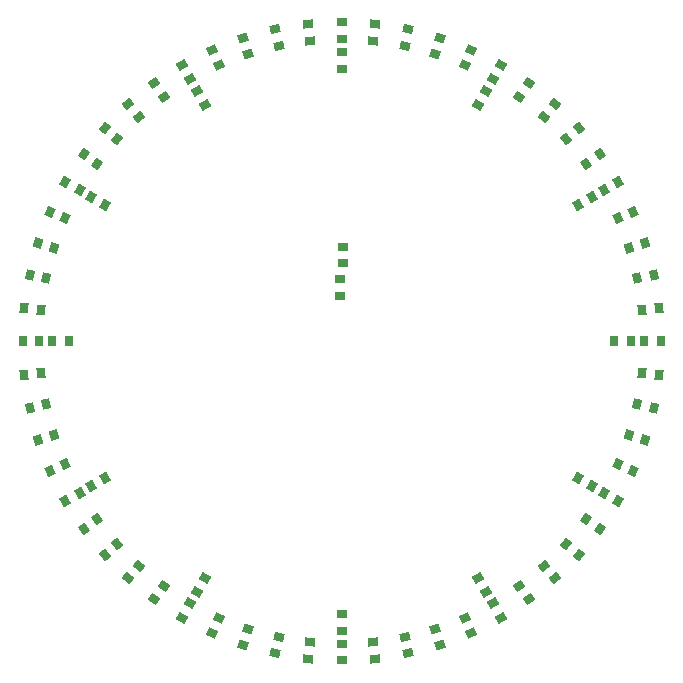
<source format=gbr>
%TF.GenerationSoftware,Altium Limited,Altium Designer,20.1.8 (145)*%
G04 Layer_Color=8421504*
%FSLAX44Y44*%
%MOMM*%
%TF.SameCoordinates,602AE14E-E67F-4A72-A58A-C630FF545DDC*%
%TF.FilePolarity,Positive*%
%TF.FileFunction,Paste,Top*%
%TF.Part,Single*%
G01*
G75*
%TA.AperFunction,SMDPad,CuDef*%
G04:AMPARAMS|DCode=13|XSize=0.85mm|YSize=0.7mm|CornerRadius=0.0035mm|HoleSize=0mm|Usage=FLASHONLY|Rotation=0.000|XOffset=0mm|YOffset=0mm|HoleType=Round|Shape=RoundedRectangle|*
%AMROUNDEDRECTD13*
21,1,0.8500,0.6930,0,0,0.0*
21,1,0.8430,0.7000,0,0,0.0*
1,1,0.0070,0.4215,-0.3465*
1,1,0.0070,-0.4215,-0.3465*
1,1,0.0070,-0.4215,0.3465*
1,1,0.0070,0.4215,0.3465*
%
%ADD13ROUNDEDRECTD13*%
G04:AMPARAMS|DCode=14|XSize=0.85mm|YSize=0.7mm|CornerRadius=0.0035mm|HoleSize=0mm|Usage=FLASHONLY|Rotation=354.000|XOffset=0mm|YOffset=0mm|HoleType=Round|Shape=RoundedRectangle|*
%AMROUNDEDRECTD14*
21,1,0.8500,0.6930,0,0,354.0*
21,1,0.8430,0.7000,0,0,354.0*
1,1,0.0070,0.3830,-0.3887*
1,1,0.0070,-0.4554,-0.3005*
1,1,0.0070,-0.3830,0.3887*
1,1,0.0070,0.4554,0.3005*
%
%ADD14ROUNDEDRECTD14*%
G04:AMPARAMS|DCode=15|XSize=0.85mm|YSize=0.7mm|CornerRadius=0.0035mm|HoleSize=0mm|Usage=FLASHONLY|Rotation=348.000|XOffset=0mm|YOffset=0mm|HoleType=Round|Shape=RoundedRectangle|*
%AMROUNDEDRECTD15*
21,1,0.8500,0.6930,0,0,348.0*
21,1,0.8430,0.7000,0,0,348.0*
1,1,0.0070,0.3403,-0.4266*
1,1,0.0070,-0.4843,-0.2513*
1,1,0.0070,-0.3403,0.4266*
1,1,0.0070,0.4843,0.2513*
%
%ADD15ROUNDEDRECTD15*%
G04:AMPARAMS|DCode=16|XSize=0.85mm|YSize=0.7mm|CornerRadius=0.0035mm|HoleSize=0mm|Usage=FLASHONLY|Rotation=342.000|XOffset=0mm|YOffset=0mm|HoleType=Round|Shape=RoundedRectangle|*
%AMROUNDEDRECTD16*
21,1,0.8500,0.6930,0,0,342.0*
21,1,0.8430,0.7000,0,0,342.0*
1,1,0.0070,0.2938,-0.4598*
1,1,0.0070,-0.5080,-0.1993*
1,1,0.0070,-0.2938,0.4598*
1,1,0.0070,0.5080,0.1993*
%
%ADD16ROUNDEDRECTD16*%
G04:AMPARAMS|DCode=17|XSize=0.85mm|YSize=0.7mm|CornerRadius=0.0035mm|HoleSize=0mm|Usage=FLASHONLY|Rotation=336.000|XOffset=0mm|YOffset=0mm|HoleType=Round|Shape=RoundedRectangle|*
%AMROUNDEDRECTD17*
21,1,0.8500,0.6930,0,0,336.0*
21,1,0.8430,0.7000,0,0,336.0*
1,1,0.0070,0.2441,-0.4880*
1,1,0.0070,-0.5260,-0.1451*
1,1,0.0070,-0.2441,0.4880*
1,1,0.0070,0.5260,0.1451*
%
%ADD17ROUNDEDRECTD17*%
G04:AMPARAMS|DCode=18|XSize=0.85mm|YSize=0.7mm|CornerRadius=0.0035mm|HoleSize=0mm|Usage=FLASHONLY|Rotation=330.000|XOffset=0mm|YOffset=0mm|HoleType=Round|Shape=RoundedRectangle|*
%AMROUNDEDRECTD18*
21,1,0.8500,0.6930,0,0,330.0*
21,1,0.8430,0.7000,0,0,330.0*
1,1,0.0070,0.1918,-0.5108*
1,1,0.0070,-0.5383,-0.0893*
1,1,0.0070,-0.1918,0.5108*
1,1,0.0070,0.5383,0.0893*
%
%ADD18ROUNDEDRECTD18*%
G04:AMPARAMS|DCode=19|XSize=0.85mm|YSize=0.7mm|CornerRadius=0.0035mm|HoleSize=0mm|Usage=FLASHONLY|Rotation=329.996|XOffset=0mm|YOffset=0mm|HoleType=Round|Shape=RoundedRectangle|*
%AMROUNDEDRECTD19*
21,1,0.8500,0.6930,0,0,330.0*
21,1,0.8430,0.7000,0,0,330.0*
1,1,0.0070,0.1918,-0.5108*
1,1,0.0070,-0.5383,-0.0893*
1,1,0.0070,-0.1918,0.5108*
1,1,0.0070,0.5383,0.0893*
%
%ADD19ROUNDEDRECTD19*%
G04:AMPARAMS|DCode=20|XSize=0.85mm|YSize=0.7mm|CornerRadius=0.0035mm|HoleSize=0mm|Usage=FLASHONLY|Rotation=324.000|XOffset=0mm|YOffset=0mm|HoleType=Round|Shape=RoundedRectangle|*
%AMROUNDEDRECTD20*
21,1,0.8500,0.6930,0,0,324.0*
21,1,0.8430,0.7000,0,0,324.0*
1,1,0.0070,0.1373,-0.5281*
1,1,0.0070,-0.5447,-0.0326*
1,1,0.0070,-0.1373,0.5281*
1,1,0.0070,0.5447,0.0326*
%
%ADD20ROUNDEDRECTD20*%
G04:AMPARAMS|DCode=21|XSize=0.85mm|YSize=0.7mm|CornerRadius=0.0035mm|HoleSize=0mm|Usage=FLASHONLY|Rotation=318.000|XOffset=0mm|YOffset=0mm|HoleType=Round|Shape=RoundedRectangle|*
%AMROUNDEDRECTD21*
21,1,0.8500,0.6930,0,0,318.0*
21,1,0.8430,0.7000,0,0,318.0*
1,1,0.0070,0.0814,-0.5395*
1,1,0.0070,-0.5451,0.0245*
1,1,0.0070,-0.0814,0.5395*
1,1,0.0070,0.5451,-0.0245*
%
%ADD21ROUNDEDRECTD21*%
G04:AMPARAMS|DCode=22|XSize=0.85mm|YSize=0.7mm|CornerRadius=0.0035mm|HoleSize=0mm|Usage=FLASHONLY|Rotation=312.000|XOffset=0mm|YOffset=0mm|HoleType=Round|Shape=RoundedRectangle|*
%AMROUNDEDRECTD22*
21,1,0.8500,0.6930,0,0,312.0*
21,1,0.8430,0.7000,0,0,312.0*
1,1,0.0070,0.0245,-0.5451*
1,1,0.0070,-0.5395,0.0814*
1,1,0.0070,-0.0245,0.5451*
1,1,0.0070,0.5395,-0.0814*
%
%ADD22ROUNDEDRECTD22*%
G04:AMPARAMS|DCode=23|XSize=0.85mm|YSize=0.7mm|CornerRadius=0.0035mm|HoleSize=0mm|Usage=FLASHONLY|Rotation=306.000|XOffset=0mm|YOffset=0mm|HoleType=Round|Shape=RoundedRectangle|*
%AMROUNDEDRECTD23*
21,1,0.8500,0.6930,0,0,306.0*
21,1,0.8430,0.7000,0,0,306.0*
1,1,0.0070,-0.0326,-0.5447*
1,1,0.0070,-0.5281,0.1373*
1,1,0.0070,0.0326,0.5447*
1,1,0.0070,0.5281,-0.1373*
%
%ADD23ROUNDEDRECTD23*%
G04:AMPARAMS|DCode=24|XSize=0.85mm|YSize=0.7mm|CornerRadius=0.0035mm|HoleSize=0mm|Usage=FLASHONLY|Rotation=300.000|XOffset=0mm|YOffset=0mm|HoleType=Round|Shape=RoundedRectangle|*
%AMROUNDEDRECTD24*
21,1,0.8500,0.6930,0,0,300.0*
21,1,0.8430,0.7000,0,0,300.0*
1,1,0.0070,-0.0893,-0.5383*
1,1,0.0070,-0.5108,0.1918*
1,1,0.0070,0.0893,0.5383*
1,1,0.0070,0.5108,-0.1918*
%
%ADD24ROUNDEDRECTD24*%
G04:AMPARAMS|DCode=25|XSize=0.85mm|YSize=0.7mm|CornerRadius=0.0035mm|HoleSize=0mm|Usage=FLASHONLY|Rotation=294.000|XOffset=0mm|YOffset=0mm|HoleType=Round|Shape=RoundedRectangle|*
%AMROUNDEDRECTD25*
21,1,0.8500,0.6930,0,0,294.0*
21,1,0.8430,0.7000,0,0,294.0*
1,1,0.0070,-0.1451,-0.5260*
1,1,0.0070,-0.4880,0.2441*
1,1,0.0070,0.1451,0.5260*
1,1,0.0070,0.4880,-0.2441*
%
%ADD25ROUNDEDRECTD25*%
G04:AMPARAMS|DCode=26|XSize=0.85mm|YSize=0.7mm|CornerRadius=0.0035mm|HoleSize=0mm|Usage=FLASHONLY|Rotation=288.000|XOffset=0mm|YOffset=0mm|HoleType=Round|Shape=RoundedRectangle|*
%AMROUNDEDRECTD26*
21,1,0.8500,0.6930,0,0,288.0*
21,1,0.8430,0.7000,0,0,288.0*
1,1,0.0070,-0.1993,-0.5080*
1,1,0.0070,-0.4598,0.2938*
1,1,0.0070,0.1993,0.5080*
1,1,0.0070,0.4598,-0.2938*
%
%ADD26ROUNDEDRECTD26*%
G04:AMPARAMS|DCode=27|XSize=0.85mm|YSize=0.7mm|CornerRadius=0.0035mm|HoleSize=0mm|Usage=FLASHONLY|Rotation=282.000|XOffset=0mm|YOffset=0mm|HoleType=Round|Shape=RoundedRectangle|*
%AMROUNDEDRECTD27*
21,1,0.8500,0.6930,0,0,282.0*
21,1,0.8430,0.7000,0,0,282.0*
1,1,0.0070,-0.2513,-0.4843*
1,1,0.0070,-0.4266,0.3403*
1,1,0.0070,0.2513,0.4843*
1,1,0.0070,0.4266,-0.3403*
%
%ADD27ROUNDEDRECTD27*%
G04:AMPARAMS|DCode=28|XSize=0.85mm|YSize=0.7mm|CornerRadius=0.0035mm|HoleSize=0mm|Usage=FLASHONLY|Rotation=276.000|XOffset=0mm|YOffset=0mm|HoleType=Round|Shape=RoundedRectangle|*
%AMROUNDEDRECTD28*
21,1,0.8500,0.6930,0,0,276.0*
21,1,0.8430,0.7000,0,0,276.0*
1,1,0.0070,-0.3005,-0.4554*
1,1,0.0070,-0.3887,0.3830*
1,1,0.0070,0.3005,0.4554*
1,1,0.0070,0.3887,-0.3830*
%
%ADD28ROUNDEDRECTD28*%
G04:AMPARAMS|DCode=29|XSize=0.85mm|YSize=0.7mm|CornerRadius=0.0035mm|HoleSize=0mm|Usage=FLASHONLY|Rotation=270.000|XOffset=0mm|YOffset=0mm|HoleType=Round|Shape=RoundedRectangle|*
%AMROUNDEDRECTD29*
21,1,0.8500,0.6930,0,0,270.0*
21,1,0.8430,0.7000,0,0,270.0*
1,1,0.0070,-0.3465,-0.4215*
1,1,0.0070,-0.3465,0.4215*
1,1,0.0070,0.3465,0.4215*
1,1,0.0070,0.3465,-0.4215*
%
%ADD29ROUNDEDRECTD29*%
G04:AMPARAMS|DCode=30|XSize=0.85mm|YSize=0.7mm|CornerRadius=0.0035mm|HoleSize=0mm|Usage=FLASHONLY|Rotation=264.000|XOffset=0mm|YOffset=0mm|HoleType=Round|Shape=RoundedRectangle|*
%AMROUNDEDRECTD30*
21,1,0.8500,0.6930,0,0,264.0*
21,1,0.8430,0.7000,0,0,264.0*
1,1,0.0070,-0.3887,-0.3830*
1,1,0.0070,-0.3005,0.4554*
1,1,0.0070,0.3887,0.3830*
1,1,0.0070,0.3005,-0.4554*
%
%ADD30ROUNDEDRECTD30*%
G04:AMPARAMS|DCode=31|XSize=0.85mm|YSize=0.7mm|CornerRadius=0.0035mm|HoleSize=0mm|Usage=FLASHONLY|Rotation=258.000|XOffset=0mm|YOffset=0mm|HoleType=Round|Shape=RoundedRectangle|*
%AMROUNDEDRECTD31*
21,1,0.8500,0.6930,0,0,258.0*
21,1,0.8430,0.7000,0,0,258.0*
1,1,0.0070,-0.4266,-0.3403*
1,1,0.0070,-0.2513,0.4843*
1,1,0.0070,0.4266,0.3403*
1,1,0.0070,0.2513,-0.4843*
%
%ADD31ROUNDEDRECTD31*%
G04:AMPARAMS|DCode=32|XSize=0.85mm|YSize=0.7mm|CornerRadius=0.0035mm|HoleSize=0mm|Usage=FLASHONLY|Rotation=252.000|XOffset=0mm|YOffset=0mm|HoleType=Round|Shape=RoundedRectangle|*
%AMROUNDEDRECTD32*
21,1,0.8500,0.6930,0,0,252.0*
21,1,0.8430,0.7000,0,0,252.0*
1,1,0.0070,-0.4598,-0.2938*
1,1,0.0070,-0.1993,0.5080*
1,1,0.0070,0.4598,0.2938*
1,1,0.0070,0.1993,-0.5080*
%
%ADD32ROUNDEDRECTD32*%
G04:AMPARAMS|DCode=33|XSize=0.85mm|YSize=0.7mm|CornerRadius=0.0035mm|HoleSize=0mm|Usage=FLASHONLY|Rotation=245.984|XOffset=0mm|YOffset=0mm|HoleType=Round|Shape=RoundedRectangle|*
%AMROUNDEDRECTD33*
21,1,0.8500,0.6930,0,0,246.0*
21,1,0.8430,0.7000,0,0,246.0*
1,1,0.0070,-0.4880,-0.2440*
1,1,0.0070,-0.1450,0.5260*
1,1,0.0070,0.4880,0.2440*
1,1,0.0070,0.1450,-0.5260*
%
%ADD33ROUNDEDRECTD33*%
G04:AMPARAMS|DCode=34|XSize=0.85mm|YSize=0.7mm|CornerRadius=0.0035mm|HoleSize=0mm|Usage=FLASHONLY|Rotation=240.000|XOffset=0mm|YOffset=0mm|HoleType=Round|Shape=RoundedRectangle|*
%AMROUNDEDRECTD34*
21,1,0.8500,0.6930,0,0,240.0*
21,1,0.8430,0.7000,0,0,240.0*
1,1,0.0070,-0.5108,-0.1918*
1,1,0.0070,-0.0893,0.5383*
1,1,0.0070,0.5108,0.1918*
1,1,0.0070,0.0893,-0.5383*
%
%ADD34ROUNDEDRECTD34*%
G04:AMPARAMS|DCode=35|XSize=0.85mm|YSize=0.7mm|CornerRadius=0.0035mm|HoleSize=0mm|Usage=FLASHONLY|Rotation=240.000|XOffset=0mm|YOffset=0mm|HoleType=Round|Shape=RoundedRectangle|*
%AMROUNDEDRECTD35*
21,1,0.8500,0.6930,0,0,240.0*
21,1,0.8430,0.7000,0,0,240.0*
1,1,0.0070,-0.5108,-0.1918*
1,1,0.0070,-0.0893,0.5383*
1,1,0.0070,0.5108,0.1918*
1,1,0.0070,0.0893,-0.5383*
%
%ADD35ROUNDEDRECTD35*%
G04:AMPARAMS|DCode=36|XSize=0.85mm|YSize=0.7mm|CornerRadius=0.0035mm|HoleSize=0mm|Usage=FLASHONLY|Rotation=234.000|XOffset=0mm|YOffset=0mm|HoleType=Round|Shape=RoundedRectangle|*
%AMROUNDEDRECTD36*
21,1,0.8500,0.6930,0,0,234.0*
21,1,0.8430,0.7000,0,0,234.0*
1,1,0.0070,-0.5281,-0.1373*
1,1,0.0070,-0.0326,0.5447*
1,1,0.0070,0.5281,0.1373*
1,1,0.0070,0.0326,-0.5447*
%
%ADD36ROUNDEDRECTD36*%
G04:AMPARAMS|DCode=37|XSize=0.85mm|YSize=0.7mm|CornerRadius=0.0035mm|HoleSize=0mm|Usage=FLASHONLY|Rotation=228.000|XOffset=0mm|YOffset=0mm|HoleType=Round|Shape=RoundedRectangle|*
%AMROUNDEDRECTD37*
21,1,0.8500,0.6930,0,0,228.0*
21,1,0.8430,0.7000,0,0,228.0*
1,1,0.0070,-0.5395,-0.0814*
1,1,0.0070,0.0245,0.5451*
1,1,0.0070,0.5395,0.0814*
1,1,0.0070,-0.0245,-0.5451*
%
%ADD37ROUNDEDRECTD37*%
G04:AMPARAMS|DCode=38|XSize=0.85mm|YSize=0.7mm|CornerRadius=0.0035mm|HoleSize=0mm|Usage=FLASHONLY|Rotation=222.000|XOffset=0mm|YOffset=0mm|HoleType=Round|Shape=RoundedRectangle|*
%AMROUNDEDRECTD38*
21,1,0.8500,0.6930,0,0,222.0*
21,1,0.8430,0.7000,0,0,222.0*
1,1,0.0070,-0.5451,-0.0245*
1,1,0.0070,0.0814,0.5395*
1,1,0.0070,0.5451,0.0245*
1,1,0.0070,-0.0814,-0.5395*
%
%ADD38ROUNDEDRECTD38*%
G04:AMPARAMS|DCode=39|XSize=0.85mm|YSize=0.7mm|CornerRadius=0.0035mm|HoleSize=0mm|Usage=FLASHONLY|Rotation=216.000|XOffset=0mm|YOffset=0mm|HoleType=Round|Shape=RoundedRectangle|*
%AMROUNDEDRECTD39*
21,1,0.8500,0.6930,0,0,216.0*
21,1,0.8430,0.7000,0,0,216.0*
1,1,0.0070,-0.5447,0.0326*
1,1,0.0070,0.1373,0.5281*
1,1,0.0070,0.5447,-0.0326*
1,1,0.0070,-0.1373,-0.5281*
%
%ADD39ROUNDEDRECTD39*%
G04:AMPARAMS|DCode=40|XSize=0.85mm|YSize=0.7mm|CornerRadius=0.0035mm|HoleSize=0mm|Usage=FLASHONLY|Rotation=210.000|XOffset=0mm|YOffset=0mm|HoleType=Round|Shape=RoundedRectangle|*
%AMROUNDEDRECTD40*
21,1,0.8500,0.6930,0,0,210.0*
21,1,0.8430,0.7000,0,0,210.0*
1,1,0.0070,-0.5383,0.0893*
1,1,0.0070,0.1918,0.5108*
1,1,0.0070,0.5383,-0.0893*
1,1,0.0070,-0.1918,-0.5108*
%
%ADD40ROUNDEDRECTD40*%
G04:AMPARAMS|DCode=41|XSize=0.85mm|YSize=0.7mm|CornerRadius=0.0035mm|HoleSize=0mm|Usage=FLASHONLY|Rotation=204.000|XOffset=0mm|YOffset=0mm|HoleType=Round|Shape=RoundedRectangle|*
%AMROUNDEDRECTD41*
21,1,0.8500,0.6930,0,0,204.0*
21,1,0.8430,0.7000,0,0,204.0*
1,1,0.0070,-0.5260,0.1451*
1,1,0.0070,0.2441,0.4880*
1,1,0.0070,0.5260,-0.1451*
1,1,0.0070,-0.2441,-0.4880*
%
%ADD41ROUNDEDRECTD41*%
G04:AMPARAMS|DCode=42|XSize=0.85mm|YSize=0.7mm|CornerRadius=0.0035mm|HoleSize=0mm|Usage=FLASHONLY|Rotation=198.000|XOffset=0mm|YOffset=0mm|HoleType=Round|Shape=RoundedRectangle|*
%AMROUNDEDRECTD42*
21,1,0.8500,0.6930,0,0,198.0*
21,1,0.8430,0.7000,0,0,198.0*
1,1,0.0070,-0.5080,0.1993*
1,1,0.0070,0.2938,0.4598*
1,1,0.0070,0.5080,-0.1993*
1,1,0.0070,-0.2938,-0.4598*
%
%ADD42ROUNDEDRECTD42*%
G04:AMPARAMS|DCode=43|XSize=0.85mm|YSize=0.7mm|CornerRadius=0.0035mm|HoleSize=0mm|Usage=FLASHONLY|Rotation=191.972|XOffset=0mm|YOffset=0mm|HoleType=Round|Shape=RoundedRectangle|*
%AMROUNDEDRECTD43*
21,1,0.8500,0.6930,0,0,192.0*
21,1,0.8430,0.7000,0,0,192.0*
1,1,0.0070,-0.4842,0.2515*
1,1,0.0070,0.3404,0.4264*
1,1,0.0070,0.4842,-0.2515*
1,1,0.0070,-0.3404,-0.4264*
%
%ADD43ROUNDEDRECTD43*%
G04:AMPARAMS|DCode=44|XSize=0.85mm|YSize=0.7mm|CornerRadius=0.0035mm|HoleSize=0mm|Usage=FLASHONLY|Rotation=186.000|XOffset=0mm|YOffset=0mm|HoleType=Round|Shape=RoundedRectangle|*
%AMROUNDEDRECTD44*
21,1,0.8500,0.6930,0,0,186.0*
21,1,0.8430,0.7000,0,0,186.0*
1,1,0.0070,-0.4554,0.3005*
1,1,0.0070,0.3830,0.3887*
1,1,0.0070,0.4554,-0.3005*
1,1,0.0070,-0.3830,-0.3887*
%
%ADD44ROUNDEDRECTD44*%
D13*
X0Y270000D02*
D03*
Y256000D02*
D03*
Y231000D02*
D03*
Y245000D02*
D03*
Y-245000D02*
D03*
Y-231000D02*
D03*
Y-256000D02*
D03*
Y-270000D02*
D03*
X-1524Y52720D02*
D03*
Y38720D02*
D03*
X1524Y66040D02*
D03*
Y80040D02*
D03*
D14*
X28223Y268521D02*
D03*
X26759Y254597D02*
D03*
X-28223Y-268521D02*
D03*
X-26759Y-254598D02*
D03*
D15*
X53225Y250406D02*
D03*
X56136Y264100D02*
D03*
X-53225Y-250406D02*
D03*
X-56136Y-264100D02*
D03*
D16*
X83435Y256785D02*
D03*
X79108Y243470D02*
D03*
X-83435Y-256785D02*
D03*
X-79108Y-243470D02*
D03*
D17*
X104125Y233868D02*
D03*
X109819Y246657D02*
D03*
X-104125Y-233868D02*
D03*
X-109819Y-246657D02*
D03*
D18*
X135000Y233827D02*
D03*
X128000Y221702D02*
D03*
X-122500Y-212176D02*
D03*
X-115500Y-200052D02*
D03*
X-128000Y-221702D02*
D03*
X-135000Y-233827D02*
D03*
D19*
X115513Y200045D02*
D03*
X122513Y212169D02*
D03*
D20*
X158702Y218435D02*
D03*
X150473Y207108D02*
D03*
X-158702Y-218435D02*
D03*
X-150473Y-207108D02*
D03*
D21*
X171297Y190245D02*
D03*
X180665Y200649D02*
D03*
X-171297Y-190245D02*
D03*
X-180665Y-200649D02*
D03*
D22*
X200649Y180665D02*
D03*
X190245Y171297D02*
D03*
X-200649Y-180665D02*
D03*
X-190245Y-171297D02*
D03*
D23*
X207108Y150473D02*
D03*
X218435Y158702D02*
D03*
X-207108Y-150473D02*
D03*
X-218435Y-158702D02*
D03*
D24*
X233827Y135000D02*
D03*
X221702Y128000D02*
D03*
X200052Y115500D02*
D03*
X212176Y122500D02*
D03*
X-212176Y-122500D02*
D03*
X-200052Y-115500D02*
D03*
X-221702Y-128000D02*
D03*
X-233827Y-135000D02*
D03*
D25*
X246657Y109819D02*
D03*
X233868Y104125D02*
D03*
X-246657Y-109819D02*
D03*
X-233868Y-104125D02*
D03*
D26*
X243470Y79108D02*
D03*
X256785Y83435D02*
D03*
X-243470Y-79108D02*
D03*
X-256785Y-83435D02*
D03*
D27*
X264100Y56136D02*
D03*
X250406Y53225D02*
D03*
X-264100Y-56136D02*
D03*
X-250406Y-53225D02*
D03*
D28*
X254598Y26759D02*
D03*
X268521Y28223D02*
D03*
X-254598Y-26759D02*
D03*
X-268521Y-28223D02*
D03*
D29*
X245000Y0D02*
D03*
X231000D02*
D03*
X256000D02*
D03*
X270000D02*
D03*
X-245000D02*
D03*
X-231000D02*
D03*
X-256000D02*
D03*
X-270000D02*
D03*
D30*
X268521Y-28223D02*
D03*
X254598Y-26759D02*
D03*
X-268521Y28223D02*
D03*
X-254598Y26759D02*
D03*
D31*
X250406Y-53225D02*
D03*
X264100Y-56136D02*
D03*
X-250406Y53225D02*
D03*
X-264100Y56136D02*
D03*
D32*
X256785Y-83435D02*
D03*
X243470Y-79108D02*
D03*
X-256787Y83429D02*
D03*
X-243470Y79108D02*
D03*
D33*
X233868Y-104124D02*
D03*
X246656Y-109822D02*
D03*
X-233868Y104125D02*
D03*
X-246657Y109819D02*
D03*
D34*
X212176Y-122500D02*
D03*
X200052Y-115500D02*
D03*
X-212176Y122500D02*
D03*
X-200052Y115500D02*
D03*
X-221702Y128000D02*
D03*
X-233827Y135000D02*
D03*
D35*
X221702Y-128000D02*
D03*
X233827Y-135000D02*
D03*
D36*
X218435Y-158702D02*
D03*
X207108Y-150473D02*
D03*
X-218435Y158702D02*
D03*
X-207108Y150473D02*
D03*
D37*
X190245Y-171297D02*
D03*
X200649Y-180665D02*
D03*
X-190245Y171297D02*
D03*
X-200649Y180665D02*
D03*
D38*
X180665Y-200649D02*
D03*
X171297Y-190245D02*
D03*
X-180665Y200649D02*
D03*
X-171297Y190245D02*
D03*
D39*
X150473Y-207108D02*
D03*
X158702Y-218435D02*
D03*
X-150473Y207108D02*
D03*
X-158702Y218435D02*
D03*
D40*
X122500Y-212176D02*
D03*
X115500Y-200052D02*
D03*
X128000Y-221702D02*
D03*
X135000Y-233827D02*
D03*
X-135000Y233827D02*
D03*
X-128000Y221702D02*
D03*
X-115500Y200052D02*
D03*
X-122500Y212176D02*
D03*
D41*
X109819Y-246657D02*
D03*
X104125Y-233868D02*
D03*
X-109819Y246657D02*
D03*
X-104125Y233868D02*
D03*
D42*
X79108Y-243470D02*
D03*
X83435Y-256785D02*
D03*
X-79108Y243470D02*
D03*
X-83435Y256785D02*
D03*
D43*
X56130Y-264101D02*
D03*
X53225Y-250406D02*
D03*
X-56136Y264100D02*
D03*
X-53225Y250406D02*
D03*
D44*
X26759Y-254598D02*
D03*
X28223Y-268521D02*
D03*
X-26759Y254598D02*
D03*
X-28223Y268521D02*
D03*
%TF.MD5,f11e23d24183f7a578764052d6b05c1c*%
M02*

</source>
